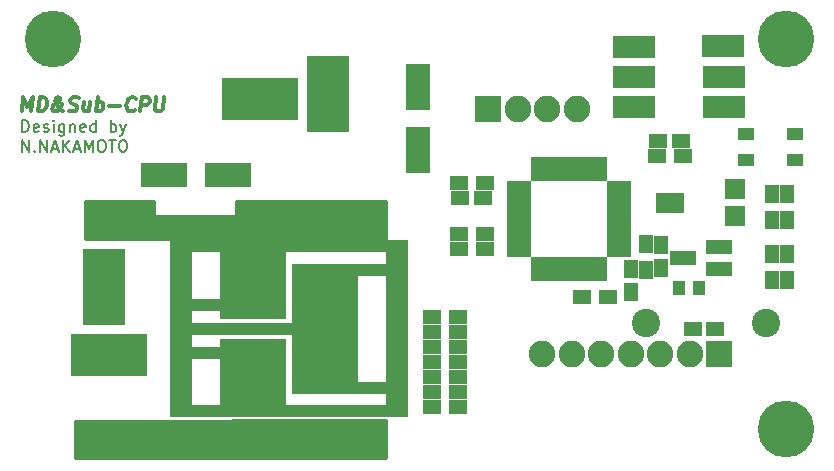
<source format=gts>
G04 #@! TF.FileFunction,Soldermask,Top*
%FSLAX46Y46*%
G04 Gerber Fmt 4.6, Leading zero omitted, Abs format (unit mm)*
G04 Created by KiCad (PCBNEW 4.0.7) date 10/05/18 20:50:03*
%MOMM*%
%LPD*%
G01*
G04 APERTURE LIST*
%ADD10C,0.100000*%
%ADD11C,0.200000*%
%ADD12C,0.300000*%
%ADD13R,9.400000X1.080000*%
%ADD14R,4.900000X1.080000*%
%ADD15R,1.924000X1.080000*%
%ADD16R,5.650000X6.630000*%
%ADD17R,5.650000X10.700000*%
%ADD18C,4.800000*%
%ADD19C,1.100000*%
%ADD20R,1.600000X1.150000*%
%ADD21R,1.150000X1.600000*%
%ADD22R,1.300000X1.600000*%
%ADD23R,2.250000X2.250000*%
%ADD24C,2.250000*%
%ADD25R,1.600000X1.300000*%
%ADD26R,1.700000X1.700000*%
%ADD27R,2.400000X1.700000*%
%ADD28R,3.600000X1.924000*%
%ADD29R,2.000000X0.950000*%
%ADD30R,0.950000X2.000000*%
%ADD31R,2.300000X1.200000*%
%ADD32R,1.450000X1.050000*%
%ADD33R,1.000000X1.200000*%
%ADD34C,3.400000*%
%ADD35C,2.400000*%
%ADD36R,6.514800X3.593800*%
%ADD37R,3.593800X6.514800*%
%ADD38R,3.900000X2.000000*%
%ADD39R,2.000000X3.900000*%
%ADD40C,0.254000*%
G04 APERTURE END LIST*
D10*
D11*
X52371595Y-45322381D02*
X52371595Y-44322381D01*
X52609690Y-44322381D01*
X52752548Y-44370000D01*
X52847786Y-44465238D01*
X52895405Y-44560476D01*
X52943024Y-44750952D01*
X52943024Y-44893810D01*
X52895405Y-45084286D01*
X52847786Y-45179524D01*
X52752548Y-45274762D01*
X52609690Y-45322381D01*
X52371595Y-45322381D01*
X53752548Y-45274762D02*
X53657310Y-45322381D01*
X53466833Y-45322381D01*
X53371595Y-45274762D01*
X53323976Y-45179524D01*
X53323976Y-44798571D01*
X53371595Y-44703333D01*
X53466833Y-44655714D01*
X53657310Y-44655714D01*
X53752548Y-44703333D01*
X53800167Y-44798571D01*
X53800167Y-44893810D01*
X53323976Y-44989048D01*
X54181119Y-45274762D02*
X54276357Y-45322381D01*
X54466833Y-45322381D01*
X54562072Y-45274762D01*
X54609691Y-45179524D01*
X54609691Y-45131905D01*
X54562072Y-45036667D01*
X54466833Y-44989048D01*
X54323976Y-44989048D01*
X54228738Y-44941429D01*
X54181119Y-44846190D01*
X54181119Y-44798571D01*
X54228738Y-44703333D01*
X54323976Y-44655714D01*
X54466833Y-44655714D01*
X54562072Y-44703333D01*
X55038262Y-45322381D02*
X55038262Y-44655714D01*
X55038262Y-44322381D02*
X54990643Y-44370000D01*
X55038262Y-44417619D01*
X55085881Y-44370000D01*
X55038262Y-44322381D01*
X55038262Y-44417619D01*
X55943024Y-44655714D02*
X55943024Y-45465238D01*
X55895405Y-45560476D01*
X55847786Y-45608095D01*
X55752547Y-45655714D01*
X55609690Y-45655714D01*
X55514452Y-45608095D01*
X55943024Y-45274762D02*
X55847786Y-45322381D01*
X55657309Y-45322381D01*
X55562071Y-45274762D01*
X55514452Y-45227143D01*
X55466833Y-45131905D01*
X55466833Y-44846190D01*
X55514452Y-44750952D01*
X55562071Y-44703333D01*
X55657309Y-44655714D01*
X55847786Y-44655714D01*
X55943024Y-44703333D01*
X56419214Y-44655714D02*
X56419214Y-45322381D01*
X56419214Y-44750952D02*
X56466833Y-44703333D01*
X56562071Y-44655714D01*
X56704929Y-44655714D01*
X56800167Y-44703333D01*
X56847786Y-44798571D01*
X56847786Y-45322381D01*
X57704929Y-45274762D02*
X57609691Y-45322381D01*
X57419214Y-45322381D01*
X57323976Y-45274762D01*
X57276357Y-45179524D01*
X57276357Y-44798571D01*
X57323976Y-44703333D01*
X57419214Y-44655714D01*
X57609691Y-44655714D01*
X57704929Y-44703333D01*
X57752548Y-44798571D01*
X57752548Y-44893810D01*
X57276357Y-44989048D01*
X58609691Y-45322381D02*
X58609691Y-44322381D01*
X58609691Y-45274762D02*
X58514453Y-45322381D01*
X58323976Y-45322381D01*
X58228738Y-45274762D01*
X58181119Y-45227143D01*
X58133500Y-45131905D01*
X58133500Y-44846190D01*
X58181119Y-44750952D01*
X58228738Y-44703333D01*
X58323976Y-44655714D01*
X58514453Y-44655714D01*
X58609691Y-44703333D01*
X59847786Y-45322381D02*
X59847786Y-44322381D01*
X59847786Y-44703333D02*
X59943024Y-44655714D01*
X60133501Y-44655714D01*
X60228739Y-44703333D01*
X60276358Y-44750952D01*
X60323977Y-44846190D01*
X60323977Y-45131905D01*
X60276358Y-45227143D01*
X60228739Y-45274762D01*
X60133501Y-45322381D01*
X59943024Y-45322381D01*
X59847786Y-45274762D01*
X60657310Y-44655714D02*
X60895405Y-45322381D01*
X61133501Y-44655714D02*
X60895405Y-45322381D01*
X60800167Y-45560476D01*
X60752548Y-45608095D01*
X60657310Y-45655714D01*
X52371595Y-47022381D02*
X52371595Y-46022381D01*
X52943024Y-47022381D01*
X52943024Y-46022381D01*
X53419214Y-46927143D02*
X53466833Y-46974762D01*
X53419214Y-47022381D01*
X53371595Y-46974762D01*
X53419214Y-46927143D01*
X53419214Y-47022381D01*
X53895404Y-47022381D02*
X53895404Y-46022381D01*
X54466833Y-47022381D01*
X54466833Y-46022381D01*
X54895404Y-46736667D02*
X55371595Y-46736667D01*
X54800166Y-47022381D02*
X55133499Y-46022381D01*
X55466833Y-47022381D01*
X55800166Y-47022381D02*
X55800166Y-46022381D01*
X56371595Y-47022381D02*
X55943023Y-46450952D01*
X56371595Y-46022381D02*
X55800166Y-46593810D01*
X56752547Y-46736667D02*
X57228738Y-46736667D01*
X56657309Y-47022381D02*
X56990642Y-46022381D01*
X57323976Y-47022381D01*
X57657309Y-47022381D02*
X57657309Y-46022381D01*
X57990643Y-46736667D01*
X58323976Y-46022381D01*
X58323976Y-47022381D01*
X58990642Y-46022381D02*
X59181119Y-46022381D01*
X59276357Y-46070000D01*
X59371595Y-46165238D01*
X59419214Y-46355714D01*
X59419214Y-46689048D01*
X59371595Y-46879524D01*
X59276357Y-46974762D01*
X59181119Y-47022381D01*
X58990642Y-47022381D01*
X58895404Y-46974762D01*
X58800166Y-46879524D01*
X58752547Y-46689048D01*
X58752547Y-46355714D01*
X58800166Y-46165238D01*
X58895404Y-46070000D01*
X58990642Y-46022381D01*
X59704928Y-46022381D02*
X60276357Y-46022381D01*
X59990642Y-47022381D02*
X59990642Y-46022381D01*
X60800166Y-46022381D02*
X60990643Y-46022381D01*
X61085881Y-46070000D01*
X61181119Y-46165238D01*
X61228738Y-46355714D01*
X61228738Y-46689048D01*
X61181119Y-46879524D01*
X61085881Y-46974762D01*
X60990643Y-47022381D01*
X60800166Y-47022381D01*
X60704928Y-46974762D01*
X60609690Y-46879524D01*
X60562071Y-46689048D01*
X60562071Y-46355714D01*
X60609690Y-46165238D01*
X60704928Y-46070000D01*
X60800166Y-46022381D01*
D12*
X52317215Y-43595857D02*
X52467215Y-42395857D01*
X52760072Y-43253000D01*
X53267215Y-42395857D01*
X53117215Y-43595857D01*
X53688644Y-43595857D02*
X53838644Y-42395857D01*
X54124359Y-42395857D01*
X54288644Y-42453000D01*
X54388644Y-42567286D01*
X54431502Y-42681571D01*
X54460073Y-42910143D01*
X54438645Y-43081571D01*
X54352930Y-43310143D01*
X54281501Y-43424429D01*
X54152930Y-43538714D01*
X53974359Y-43595857D01*
X53688644Y-43595857D01*
X55860073Y-43595857D02*
X55802930Y-43595857D01*
X55695787Y-43538714D01*
X55545787Y-43367286D01*
X55302929Y-43024429D01*
X55210073Y-42853000D01*
X55174359Y-42681571D01*
X55188644Y-42567286D01*
X55260073Y-42453000D01*
X55381501Y-42395857D01*
X55438644Y-42395857D01*
X55545787Y-42453000D01*
X55588644Y-42567286D01*
X55581501Y-42624429D01*
X55510073Y-42738714D01*
X55445787Y-42795857D01*
X55074358Y-43024429D01*
X55010073Y-43081571D01*
X54938644Y-43195857D01*
X54917215Y-43367286D01*
X54960073Y-43481571D01*
X55010073Y-43538714D01*
X55117216Y-43595857D01*
X55288644Y-43595857D01*
X55410073Y-43538714D01*
X55474359Y-43481571D01*
X55674358Y-43253000D01*
X55752930Y-43081571D01*
X55767215Y-42967286D01*
X56324358Y-43538714D02*
X56488644Y-43595857D01*
X56774358Y-43595857D01*
X56895787Y-43538714D01*
X56960073Y-43481571D01*
X57031501Y-43367286D01*
X57045787Y-43253000D01*
X57002930Y-43138714D01*
X56952930Y-43081571D01*
X56845786Y-43024429D01*
X56624358Y-42967286D01*
X56517215Y-42910143D01*
X56467215Y-42853000D01*
X56424358Y-42738714D01*
X56438643Y-42624429D01*
X56510072Y-42510143D01*
X56574358Y-42453000D01*
X56695787Y-42395857D01*
X56981501Y-42395857D01*
X57145787Y-42453000D01*
X58131501Y-42795857D02*
X58031501Y-43595857D01*
X57617215Y-42795857D02*
X57538643Y-43424429D01*
X57581501Y-43538714D01*
X57688644Y-43595857D01*
X57860072Y-43595857D01*
X57981501Y-43538714D01*
X58045787Y-43481571D01*
X58602929Y-43595857D02*
X58752929Y-42395857D01*
X58695786Y-42853000D02*
X58817215Y-42795857D01*
X59045786Y-42795857D01*
X59152929Y-42853000D01*
X59202929Y-42910143D01*
X59245786Y-43024429D01*
X59202929Y-43367286D01*
X59131501Y-43481571D01*
X59067215Y-43538714D01*
X58945786Y-43595857D01*
X58717215Y-43595857D01*
X58610072Y-43538714D01*
X59745786Y-43138714D02*
X60660072Y-43138714D01*
X61874358Y-43481571D02*
X61810072Y-43538714D01*
X61631500Y-43595857D01*
X61517214Y-43595857D01*
X61352929Y-43538714D01*
X61252928Y-43424429D01*
X61210071Y-43310143D01*
X61181500Y-43081571D01*
X61202928Y-42910143D01*
X61288643Y-42681571D01*
X61360071Y-42567286D01*
X61488643Y-42453000D01*
X61667214Y-42395857D01*
X61781500Y-42395857D01*
X61945786Y-42453000D01*
X61995786Y-42510143D01*
X62374357Y-43595857D02*
X62524357Y-42395857D01*
X62981500Y-42395857D01*
X63088643Y-42453000D01*
X63138643Y-42510143D01*
X63181500Y-42624429D01*
X63160072Y-42795857D01*
X63088643Y-42910143D01*
X63024357Y-42967286D01*
X62902928Y-43024429D01*
X62445785Y-43024429D01*
X63724357Y-42395857D02*
X63602928Y-43367286D01*
X63645786Y-43481571D01*
X63695786Y-43538714D01*
X63802929Y-43595857D01*
X64031500Y-43595857D01*
X64152929Y-43538714D01*
X64217215Y-43481571D01*
X64288643Y-43367286D01*
X64410072Y-42395857D01*
D13*
X79883000Y-57010300D03*
X70930000Y-62002000D03*
D14*
X67900000Y-64012000D03*
X67710000Y-59982000D03*
X68100000Y-55002000D03*
X67700000Y-68982000D03*
D13*
X78880000Y-55002000D03*
X78900000Y-68992000D03*
D15*
X84080000Y-68992000D03*
X84080000Y-68002000D03*
X84080000Y-67002000D03*
X84080000Y-66002000D03*
X84080000Y-65002000D03*
X84080000Y-64002000D03*
X84080000Y-63002000D03*
X84080000Y-62002000D03*
X84080000Y-61002000D03*
X84080000Y-60002000D03*
X84080000Y-59002000D03*
X84080000Y-58002000D03*
X84080000Y-57002000D03*
X84080000Y-56002000D03*
X84080000Y-55002000D03*
X65780000Y-54992000D03*
X65780000Y-56992000D03*
X65780000Y-57992000D03*
X65780000Y-58982000D03*
X65780000Y-59982000D03*
X65780000Y-60982000D03*
X65780000Y-61982000D03*
X65780000Y-62982000D03*
X65780000Y-63982000D03*
X65780000Y-64982000D03*
X65780000Y-65982000D03*
X65780000Y-66982000D03*
X65780000Y-67982000D03*
X65780000Y-68982000D03*
D16*
X71870000Y-66162000D03*
X71870000Y-57832000D03*
D17*
X78020000Y-62032000D03*
D15*
X65780000Y-55992000D03*
D13*
X79883000Y-67005200D03*
D18*
X117000000Y-37500000D03*
D19*
X118650000Y-37500000D03*
X118166726Y-38666726D03*
X117000000Y-39150000D03*
X115833274Y-38666726D03*
X115350000Y-37500000D03*
X115833274Y-36333274D03*
X117000000Y-35850000D03*
X118166726Y-36333274D03*
D18*
X117000000Y-70500000D03*
D19*
X118650000Y-70500000D03*
X118166726Y-71666726D03*
X117000000Y-72150000D03*
X115833274Y-71666726D03*
X115350000Y-70500000D03*
X115833274Y-69333274D03*
X117000000Y-68850000D03*
X118166726Y-69333274D03*
D20*
X89474000Y-50888900D03*
X91374000Y-50888900D03*
X108138000Y-46101000D03*
X106238000Y-46101000D03*
D21*
X103886000Y-56962000D03*
X103886000Y-58862000D03*
D20*
X109159000Y-61976000D03*
X111059000Y-61976000D03*
D21*
X106426000Y-54930000D03*
X106426000Y-56830000D03*
D22*
X117094000Y-50589000D03*
X117094000Y-52789000D03*
X117094000Y-55669000D03*
X117094000Y-57869000D03*
D23*
X91821000Y-43370500D03*
D24*
X94321000Y-43370500D03*
X96821000Y-43370500D03*
X99321000Y-43370500D03*
D23*
X111379000Y-64135000D03*
D24*
X108879000Y-64135000D03*
X106379000Y-64135000D03*
X103879000Y-64135000D03*
X101379000Y-64135000D03*
X98879000Y-64135000D03*
X96379000Y-64135000D03*
D25*
X89324000Y-49618900D03*
X91524000Y-49618900D03*
X106088000Y-47371000D03*
X108288000Y-47371000D03*
X87088800Y-67310000D03*
X89288800Y-67310000D03*
X87088800Y-68580000D03*
X89288800Y-68580000D03*
X87088800Y-66040000D03*
X89288800Y-66040000D03*
X87088800Y-64770000D03*
X89288800Y-64770000D03*
X87088800Y-63500000D03*
X89288800Y-63500000D03*
X91524000Y-53936900D03*
X89324000Y-53936900D03*
X101938000Y-59309000D03*
X99738000Y-59309000D03*
X87088800Y-62230000D03*
X89288800Y-62230000D03*
X89324000Y-55206900D03*
X91524000Y-55206900D03*
X87088800Y-60960000D03*
X89288800Y-60960000D03*
D22*
X115824000Y-52789000D03*
X115824000Y-50589000D03*
X115824000Y-57869000D03*
X115824000Y-55669000D03*
X105156000Y-56980000D03*
X105156000Y-54780000D03*
D26*
X112732000Y-50158000D03*
D27*
X107232000Y-51308000D03*
D26*
X112732000Y-52458000D03*
D28*
X104150000Y-38140000D03*
X111750000Y-43190000D03*
X104200000Y-43190000D03*
X111700000Y-38090000D03*
X111750000Y-40640000D03*
X104150000Y-40640000D03*
D29*
X94429000Y-49905000D03*
X94429000Y-50705000D03*
X94429000Y-51505000D03*
X94429000Y-52305000D03*
X94429000Y-53105000D03*
X94429000Y-53905000D03*
X94429000Y-54705000D03*
X94429000Y-55505000D03*
D30*
X95879000Y-56955000D03*
X96679000Y-56955000D03*
X97479000Y-56955000D03*
X98279000Y-56955000D03*
X99079000Y-56955000D03*
X99879000Y-56955000D03*
X100679000Y-56955000D03*
X101479000Y-56955000D03*
D29*
X102929000Y-55505000D03*
X102929000Y-54705000D03*
X102929000Y-53905000D03*
X102929000Y-53105000D03*
X102929000Y-52305000D03*
X102929000Y-51505000D03*
X102929000Y-50705000D03*
X102929000Y-49905000D03*
D30*
X101479000Y-48455000D03*
X100679000Y-48455000D03*
X99879000Y-48455000D03*
X99079000Y-48455000D03*
X98279000Y-48455000D03*
X97479000Y-48455000D03*
X96679000Y-48455000D03*
X95879000Y-48455000D03*
D31*
X111355000Y-56957000D03*
X111355000Y-55057000D03*
X108355000Y-56007000D03*
D32*
X113622000Y-47684000D03*
X113622000Y-45534000D03*
X117772000Y-45534000D03*
X117772000Y-47684000D03*
D33*
X107989000Y-58547000D03*
X109689000Y-58547000D03*
D34*
X78105000Y-62039500D03*
X71818500Y-66103500D03*
X71882000Y-57975500D03*
D35*
X115316000Y-61531500D03*
X105156000Y-61531500D03*
D18*
X55000000Y-37500000D03*
D19*
X56650000Y-37500000D03*
X56166726Y-38666726D03*
X55000000Y-39150000D03*
X53833274Y-38666726D03*
X53350000Y-37500000D03*
X53833274Y-36333274D03*
X55000000Y-35850000D03*
X56166726Y-36333274D03*
D36*
X72527500Y-42568500D03*
D37*
X78295500Y-42100500D03*
X59285500Y-58430500D03*
D36*
X59753500Y-64198500D03*
D38*
X69756000Y-48958500D03*
X64356000Y-48958500D03*
D39*
X85852000Y-46896000D03*
X85852000Y-41496000D03*
D40*
G36*
X83185000Y-72961500D02*
X56832500Y-72961500D01*
X56832500Y-69786198D01*
X83185000Y-69723304D01*
X83185000Y-72961500D01*
X83185000Y-72961500D01*
G37*
X83185000Y-72961500D02*
X56832500Y-72961500D01*
X56832500Y-69786198D01*
X83185000Y-69723304D01*
X83185000Y-72961500D01*
G36*
X63563500Y-52324000D02*
X63573506Y-52373410D01*
X63601947Y-52415035D01*
X63644341Y-52442315D01*
X63690500Y-52451000D01*
X70358000Y-52451000D01*
X70407410Y-52440994D01*
X70449035Y-52412553D01*
X70476315Y-52370159D01*
X70485000Y-52324000D01*
X70485000Y-51181000D01*
X83185000Y-51181000D01*
X83185000Y-54356000D01*
X57658000Y-54356000D01*
X57658000Y-51181000D01*
X63563500Y-51181000D01*
X63563500Y-52324000D01*
X63563500Y-52324000D01*
G37*
X63563500Y-52324000D02*
X63573506Y-52373410D01*
X63601947Y-52415035D01*
X63644341Y-52442315D01*
X63690500Y-52451000D01*
X70358000Y-52451000D01*
X70407410Y-52440994D01*
X70449035Y-52412553D01*
X70476315Y-52370159D01*
X70485000Y-52324000D01*
X70485000Y-51181000D01*
X83185000Y-51181000D01*
X83185000Y-54356000D01*
X57658000Y-54356000D01*
X57658000Y-51181000D01*
X63563500Y-51181000D01*
X63563500Y-52324000D01*
M02*

</source>
